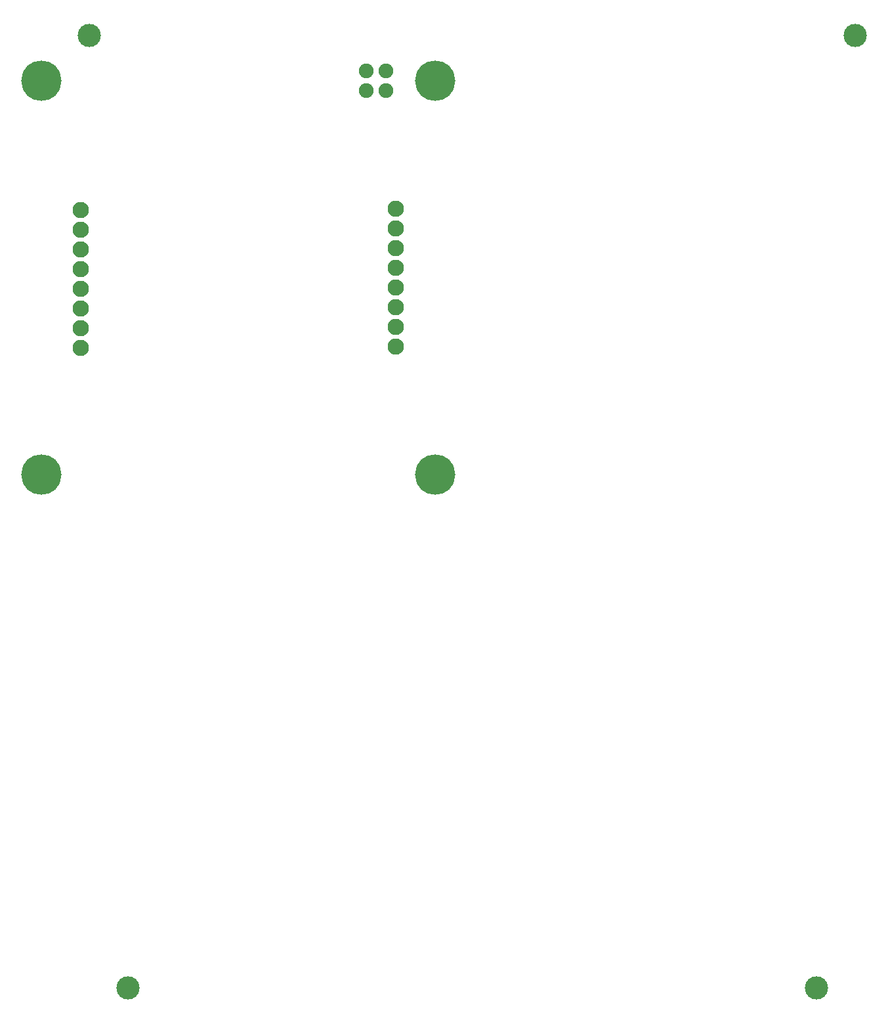
<source format=gbs>
G04 Layer: BottomSolderMaskLayer*
G04 Panelize: V-CUT, Column: 2, Row: 2, Board Size: 58.42mm x 58.42mm, Panelized Board Size: 118.84mm x 118.84mm*
G04 EasyEDA v6.5.34, 2023-09-17 23:44:37*
G04 cd246424f58644acbb11c68d5f65e239,5a6b42c53f6a479593ecc07194224c93,10*
G04 Gerber Generator version 0.2*
G04 Scale: 100 percent, Rotated: No, Reflected: No *
G04 Dimensions in millimeters *
G04 leading zeros omitted , absolute positions ,4 integer and 5 decimal *
%FSLAX45Y45*%
%MOMM*%

%ADD10C,5.2032*%
%ADD11C,2.1016*%
%ADD12C,1.9016*%
%ADD13C,3.0000*%

%LPD*%
D10*
G01*
X381000Y5461000D03*
G01*
X5461000Y5461000D03*
G01*
X5461000Y381000D03*
G01*
X381000Y381000D03*
D11*
G01*
X4956581Y2029205D03*
G01*
X4956581Y2283205D03*
G01*
X4956581Y2537205D03*
G01*
X4956581Y2791205D03*
G01*
X4956581Y3045205D03*
G01*
X4956581Y3299205D03*
G01*
X4956581Y3553205D03*
G01*
X4956581Y3807205D03*
G01*
X885418Y2017395D03*
G01*
X885418Y2271395D03*
G01*
X885418Y2525395D03*
G01*
X885418Y2779395D03*
G01*
X885418Y3033395D03*
G01*
X885418Y3287395D03*
G01*
X885418Y3541395D03*
G01*
X885418Y3795395D03*
D12*
G01*
X4826000Y5588000D03*
G01*
X4826000Y5334000D03*
G01*
X4572000Y5334000D03*
G01*
X4572000Y5588000D03*
D13*
G01*
X999997Y6041999D03*
G01*
X10884001Y6041999D03*
G01*
X1499996Y-6241999D03*
G01*
X10384002Y-6241999D03*
M02*

</source>
